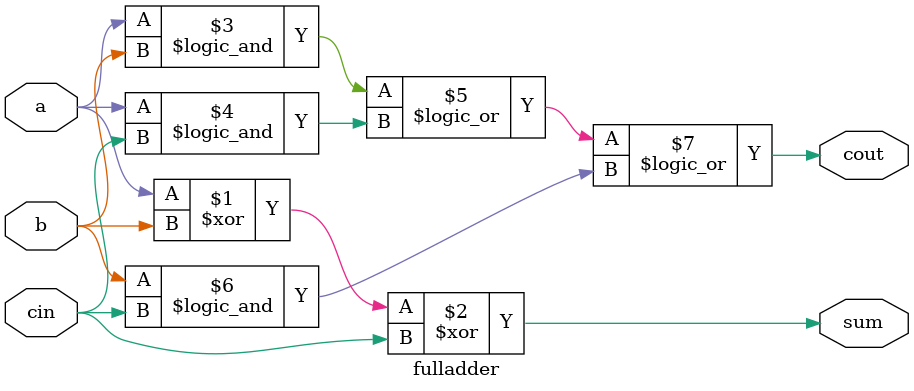
<source format=sv>
`timescale 1ns/1ns

module fulladder(sum,cout,a,b,cin);
    input a,b,cin;
    output sum ,cout;
    assign sum = a^b^cin;
    assign cout = a&&b || a&&cin || b&&cin;

endmodule

</source>
